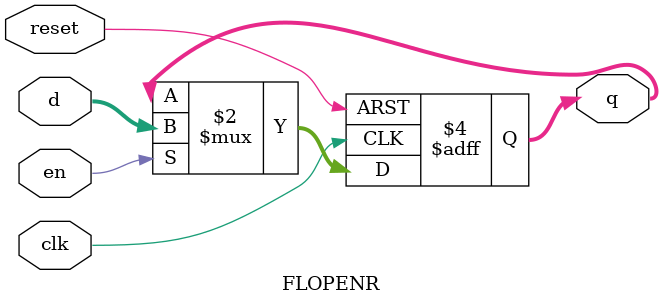
<source format=sv>
/* 
 * custom FLIP-FLOP 
 * holds an enable (en) signal to change the register value
 * if en (0) it holds the prev value / if en (1) the value change on the positive edge of the clk
 */
module FLOPENR #(parameter WIDTH = 32)
					 (input logic clk, reset, en,
					  input logic [WIDTH-1:0] d,
					 output logic [WIDTH-1:0] q);
						
always_ff @(posedge clk, posedge reset)
	if (reset) q <= 0;
	else if (en) q <= d;
	
endmodule

</source>
